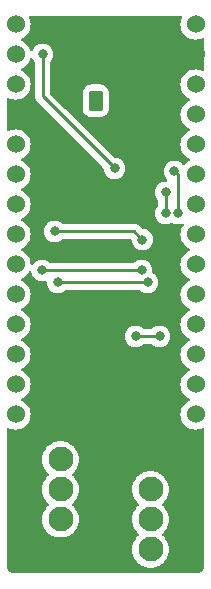
<source format=gbl>
G04 %TF.GenerationSoftware,KiCad,Pcbnew,(6.0.7)@% jlc*
G04 %TF.CreationDate,2022-08-02T21:03:16-07:00@% jlc*
G04 %TF.ProjectId,Bike Flamingo for Itsy Bitsy 5V 16MHz_ USB Power Rev 1,42696b65-2046-46c6-916d-696e676f2066,rev?@% jlc*
G04 %TF.SameCoordinates,Original@% jlc*
G04 %TF.FileFunction,Copper,L2,Bot@% jlc*
G04 %TF.FilePolarity,Positive@% jlc*
%FSLAX46Y46*%
G04 Gerber Fmt 4.6, Leading zero omitted, Abs format (unit mm)*
G04 Created by KiCad (PCBNEW (6.0.7)) date 2022-08-02 21:03:16*
%MOMM*%
%LPD*%
G01*
G04 APERTURE LIST*
G04 Aperture macros list*
%AMRoundRect*
0 Rectangle with rounded corners*
0 $1 Rounding radius*
0 $2 $3 $4 $5 $6 $7 $8 $9 X,Y pos of 4 corners*
0 Add a 4 corners polygon primitive as box body*
4,1,4,$2,$3,$4,$5,$6,$7,$8,$9,$2,$3,0*
0 Add four circle primitives for the rounded corners*
1,1,$1+$1,$2,$3*
1,1,$1+$1,$4,$5*
1,1,$1+$1,$6,$7*
1,1,$1+$1,$8,$9*
0 Add four rect primitives between the rounded corners*
20,1,$1+$1,$2,$3,$4,$5,0*
20,1,$1+$1,$4,$5,$6,$7,0*
20,1,$1+$1,$6,$7,$8,$9,0*
20,1,$1+$1,$8,$9,$2,$3,0*%
G04 Aperture macros list end*
G04 %TA.AperFunction,ComponentPad@% jlc*
%ADD10C,1.524000*%
G04 %TD@% jlc*
G04 %TA.AperFunction,ComponentPad@% jlc*
%ADD11R,2.100000X2.100000*%
G04 %TD@% jlc*
G04 %TA.AperFunction,ComponentPad@% jlc*
%ADD12C,2.100000*%
G04 %TD@% jlc*
G04 %TA.AperFunction,ComponentPad@% jlc*
%ADD13RoundRect,0.250000X-0.350000X-0.625000X0.350000X-0.625000X0.350000X0.625000X-0.350000X0.625000X0*%
G04 %TD@% jlc*
G04 %TA.AperFunction,ComponentPad@% jlc*
%ADD14O,1.200000X1.750000*%
G04 %TD@% jlc*
G04 %TA.AperFunction,ViaPad@% jlc*
%ADD15C,0.800000*%
G04 %TD@% jlc*
G04 %TA.AperFunction,Conductor@% jlc*
%ADD16C,0.250000*%
G04 %TD@% jlc*
G04 APERTURE END LIST*
D10*
G04 %TO.P,U1,33,VBAT@% jlc*
G04 %TO.N,Net-(J1-Pad1)@% jlc*
X133350000Y-85090000D03*
G04 %TO.P,U1,32,GND@% jlc*
G04 %TO.N,GND@% jlc*
X133350000Y-87630000D03*
G04 %TO.P,U1,31,USB@% jlc*
G04 %TO.N,VBUS@% jlc*
X133350000Y-90170000D03*
G04 %TO.P,U1,30,D13@% jlc*
G04 %TO.N,unconnected-(U1-Pad30)@% jlc*
X133350000Y-92710000D03*
G04 %TO.P,U1,29,D12@% jlc*
G04 %TO.N,unconnected-(U1-Pad29)@% jlc*
X133350000Y-95250000D03*
G04 %TO.P,U1,28,D11@% jlc*
G04 %TO.N,/BUTT_C@% jlc*
X133350000Y-97790000D03*
G04 %TO.P,U1,27,D10@% jlc*
G04 %TO.N,/BUTT_B@% jlc*
X133350000Y-100330000D03*
G04 %TO.P,U1,26,D9@% jlc*
G04 %TO.N,/BUTT_A@% jlc*
X133350000Y-102870000D03*
G04 %TO.P,U1,25,D7@% jlc*
G04 %TO.N,unconnected-(U1-Pad25)@% jlc*
X133350000Y-105410000D03*
G04 %TO.P,U1,24,D5@% jlc*
G04 %TO.N,unconnected-(U1-Pad24)@% jlc*
X133350000Y-107950000D03*
G04 %TO.P,U1,23,3-SCL@% jlc*
G04 %TO.N,/SCL@% jlc*
X133350000Y-110490000D03*
G04 %TO.P,U1,22,2-SDA@% jlc*
G04 %TO.N,/SDA@% jlc*
X133350000Y-113030000D03*
G04 %TO.P,U1,21,D1@% jlc*
G04 %TO.N,unconnected-(U1-Pad21)@% jlc*
X133350000Y-115570000D03*
G04 %TO.P,U1,20,D0@% jlc*
G04 %TO.N,unconnected-(U1-Pad20)@% jlc*
X133350000Y-118110000D03*
G04 %TO.P,U1,14,3V@% jlc*
G04 %TO.N,unconnected-(U1-Pad14)@% jlc*
X118110000Y-118110000D03*
G04 %TO.P,U1,13,MISO@% jlc*
G04 %TO.N,unconnected-(U1-Pad13)@% jlc*
X118110000Y-115570000D03*
G04 %TO.P,U1,12,MOSI@% jlc*
G04 %TO.N,unconnected-(U1-Pad12)@% jlc*
X118110000Y-113030000D03*
G04 %TO.P,U1,11,SCK@% jlc*
G04 %TO.N,unconnected-(U1-Pad11)@% jlc*
X118110000Y-110490000D03*
G04 %TO.P,U1,10,A5@% jlc*
G04 %TO.N,unconnected-(U1-Pad10)@% jlc*
X118110000Y-107950000D03*
G04 %TO.P,U1,9,A4@% jlc*
G04 %TO.N,unconnected-(U1-Pad9)@% jlc*
X118110000Y-105410000D03*
G04 %TO.P,U1,8,A3@% jlc*
G04 %TO.N,unconnected-(U1-Pad8)@% jlc*
X118110000Y-102870000D03*
G04 %TO.P,U1,7,A2@% jlc*
G04 %TO.N,unconnected-(U1-Pad7)@% jlc*
X118110000Y-100330000D03*
G04 %TO.P,U1,6,A1@% jlc*
G04 %TO.N,unconnected-(U1-Pad6)@% jlc*
X118110000Y-97790000D03*
G04 %TO.P,U1,5,A0@% jlc*
G04 %TO.N,unconnected-(U1-Pad5)@% jlc*
X118110000Y-95250000D03*
G04 %TO.P,U1,4,GND@% jlc*
G04 %TO.N,GND@% jlc*
X118110000Y-92710000D03*
G04 %TO.P,U1,3,ARF@% jlc*
G04 %TO.N,unconnected-(U1-Pad3)@% jlc*
X118110000Y-90170000D03*
G04 %TO.P,U1,2,5V@% jlc*
G04 %TO.N,+5V@% jlc*
X118110000Y-87630000D03*
G04 %TO.P,U1,1,RST@% jlc*
G04 %TO.N,unconnected-(U1-Pad1)@% jlc*
X118110000Y-85090000D03*
G04 %TD@% jlc*
D11*
G04 %TO.P,J3,1,Pin_1@% jlc*
G04 %TO.N,GND@% jlc*
X129540000Y-121915000D03*
D12*
G04 %TO.P,J3,2,Pin_2@% jlc*
G04 %TO.N,/SCL@% jlc*
X129540000Y-124455000D03*
G04 %TO.P,J3,3,Pin_3@% jlc*
G04 %TO.N,/SDA@% jlc*
X129540000Y-126995000D03*
G04 %TO.P,J3,4,Pin_4@% jlc*
G04 %TO.N,VBUS@% jlc*
X129540000Y-129535000D03*
G04 %TD@% jlc*
D11*
G04 %TO.P,J2,1,Pin_1@% jlc*
G04 %TO.N,GND@% jlc*
X121920000Y-129540000D03*
D12*
G04 %TO.P,J2,2,Pin_2@% jlc*
G04 %TO.N,/BUTT_A@% jlc*
X121920000Y-127000000D03*
G04 %TO.P,J2,3,Pin_3@% jlc*
G04 %TO.N,/BUTT_B@% jlc*
X121920000Y-124460000D03*
G04 %TO.P,J2,4,Pin_4@% jlc*
G04 %TO.N,/BUTT_C@% jlc*
X121920000Y-121920000D03*
G04 %TD@% jlc*
D13*
G04 %TO.P,J1,1,Pin_1@% jlc*
G04 %TO.N,Net-(J1-Pad1)@% jlc*
X124906000Y-91546000D03*
D14*
G04 %TO.P,J1,2,Pin_2@% jlc*
G04 %TO.N,GND@% jlc*
X126906000Y-91546000D03*
G04 %TD@% jlc*
D15*
G04 %TO.N,/BUTT_A@% jlc*
X131567701Y-97531701D03*
X131826000Y-101092000D03*
X129286000Y-106934000D03*
X121666000Y-106934000D03*
G04 %TO.N,GND@% jlc*
X122936000Y-110998000D03*
G04 %TO.N,+5V@% jlc*
X120396000Y-87630000D03*
X126492000Y-97282000D03*
G04 %TO.N,/BUTT_B@% jlc*
X121412000Y-102616000D03*
X128854538Y-103298111D03*
G04 %TO.N,/BUTT_C@% jlc*
X120358500Y-105918000D03*
X128778000Y-105918000D03*
X130810000Y-99314000D03*
X130810000Y-101092000D03*
G04 %TO.N,/SCL@% jlc*
X128270000Y-111506000D03*
X130302000Y-111506000D03*
G04 %TD@% jlc*
D16*
G04 %TO.N,/BUTT_C@% jlc*
X128778000Y-105918000D02*
X120358500Y-105918000D01*
G04 %TO.N,/BUTT_A@% jlc*
X129286000Y-106934000D02*
X121666000Y-106934000D01*
G04 %TO.N,/BUTT_B@% jlc*
X128172427Y-102616000D02*
X121412000Y-102616000D01*
X128854538Y-103298111D02*
X128172427Y-102616000D01*
G04 %TO.N,/BUTT_A@% jlc*
X131826000Y-97790000D02*
X131567701Y-97531701D01*
X131826000Y-101092000D02*
X131826000Y-97790000D01*
G04 %TO.N,/BUTT_C@% jlc*
X130810000Y-99314000D02*
X130810000Y-101092000D01*
G04 %TO.N,+5V@% jlc*
X126492000Y-97282000D02*
X120396000Y-91186000D01*
X120396000Y-91186000D02*
X120396000Y-87630000D01*
G04 %TO.N,/SCL@% jlc*
X130302000Y-111506000D02*
X128270000Y-111506000D01*
G04 %TD@% jlc*
G04 %TA.AperFunction,Conductor@% jlc*
G04 %TO.N,GND@% jlc*
G36*
X132173592Y-84348502D02*
G01*
X132220085Y-84402158D01*
X132230189Y-84472432D01*
X132219666Y-84507750D01*
X132151560Y-84653804D01*
X132094022Y-84868537D01*
X132074647Y-85090000D01*
X132094022Y-85311463D01*
X132151560Y-85526196D01*
X132153882Y-85531177D01*
X132153883Y-85531178D01*
X132243186Y-85722689D01*
X132243189Y-85722694D01*
X132245512Y-85727676D01*
X132373023Y-85909781D01*
X132530219Y-86066977D01*
X132534727Y-86070134D01*
X132534730Y-86070136D01*
X132588500Y-86107786D01*
X132712323Y-86194488D01*
X132717305Y-86196811D01*
X132717310Y-86196814D01*
X132908822Y-86286117D01*
X132913804Y-86288440D01*
X132919112Y-86289862D01*
X132919114Y-86289863D01*
X132984949Y-86307503D01*
X133128537Y-86345978D01*
X133350000Y-86365353D01*
X133571463Y-86345978D01*
X133715051Y-86307503D01*
X133780886Y-86289863D01*
X133780888Y-86289862D01*
X133786196Y-86288440D01*
X133932250Y-86220334D01*
X134002442Y-86209673D01*
X134067254Y-86238653D01*
X134106111Y-86298073D01*
X134111500Y-86334529D01*
X134111500Y-88925471D01*
X134091498Y-88993592D01*
X134037842Y-89040085D01*
X133967568Y-89050189D01*
X133932250Y-89039666D01*
X133791178Y-88973883D01*
X133791177Y-88973882D01*
X133786196Y-88971560D01*
X133780888Y-88970138D01*
X133780886Y-88970137D01*
X133715051Y-88952497D01*
X133571463Y-88914022D01*
X133350000Y-88894647D01*
X133128537Y-88914022D01*
X132984949Y-88952497D01*
X132919114Y-88970137D01*
X132919112Y-88970138D01*
X132913804Y-88971560D01*
X132908823Y-88973882D01*
X132908822Y-88973883D01*
X132717311Y-89063186D01*
X132717306Y-89063189D01*
X132712324Y-89065512D01*
X132707817Y-89068668D01*
X132707815Y-89068669D01*
X132534730Y-89189864D01*
X132534727Y-89189866D01*
X132530219Y-89193023D01*
X132373023Y-89350219D01*
X132245512Y-89532324D01*
X132243189Y-89537306D01*
X132243186Y-89537311D01*
X132153883Y-89728822D01*
X132151560Y-89733804D01*
X132094022Y-89948537D01*
X132074647Y-90170000D01*
X132094022Y-90391463D01*
X132151560Y-90606196D01*
X132153882Y-90611177D01*
X132153883Y-90611178D01*
X132243186Y-90802689D01*
X132243189Y-90802694D01*
X132245512Y-90807676D01*
X132248668Y-90812183D01*
X132248669Y-90812185D01*
X132291859Y-90873866D01*
X132373023Y-90989781D01*
X132530219Y-91146977D01*
X132534727Y-91150134D01*
X132534730Y-91150136D01*
X132588500Y-91187786D01*
X132712323Y-91274488D01*
X132717305Y-91276811D01*
X132717310Y-91276814D01*
X132822373Y-91325805D01*
X132875658Y-91372722D01*
X132895119Y-91440999D01*
X132874577Y-91508959D01*
X132822373Y-91554195D01*
X132717311Y-91603186D01*
X132717306Y-91603189D01*
X132712324Y-91605512D01*
X132707817Y-91608668D01*
X132707815Y-91608669D01*
X132534730Y-91729864D01*
X132534727Y-91729866D01*
X132530219Y-91733023D01*
X132373023Y-91890219D01*
X132245512Y-92072324D01*
X132243189Y-92077306D01*
X132243186Y-92077311D01*
X132175996Y-92221400D01*
X132151560Y-92273804D01*
X132094022Y-92488537D01*
X132074647Y-92710000D01*
X132094022Y-92931463D01*
X132151560Y-93146196D01*
X132153882Y-93151177D01*
X132153883Y-93151178D01*
X132243186Y-93342689D01*
X132243189Y-93342694D01*
X132245512Y-93347676D01*
X132373023Y-93529781D01*
X132530219Y-93686977D01*
X132534727Y-93690134D01*
X132534730Y-93690136D01*
X132588500Y-93727786D01*
X132712323Y-93814488D01*
X132717305Y-93816811D01*
X132717310Y-93816814D01*
X132822373Y-93865805D01*
X132875658Y-93912722D01*
X132895119Y-93980999D01*
X132874577Y-94048959D01*
X132822373Y-94094195D01*
X132717311Y-94143186D01*
X132717306Y-94143189D01*
X132712324Y-94145512D01*
X132707817Y-94148668D01*
X132707815Y-94148669D01*
X132534730Y-94269864D01*
X132534727Y-94269866D01*
X132530219Y-94273023D01*
X132373023Y-94430219D01*
X132245512Y-94612324D01*
X132243189Y-94617306D01*
X132243186Y-94617311D01*
X132153883Y-94808822D01*
X132151560Y-94813804D01*
X132094022Y-95028537D01*
X132074647Y-95250000D01*
X132094022Y-95471463D01*
X132151560Y-95686196D01*
X132153882Y-95691177D01*
X132153883Y-95691178D01*
X132243186Y-95882689D01*
X132243189Y-95882694D01*
X132245512Y-95887676D01*
X132373023Y-96069781D01*
X132530219Y-96226977D01*
X132534727Y-96230134D01*
X132534730Y-96230136D01*
X132588500Y-96267786D01*
X132712323Y-96354488D01*
X132717305Y-96356811D01*
X132717310Y-96356814D01*
X132822373Y-96405805D01*
X132875658Y-96452722D01*
X132895119Y-96520999D01*
X132874577Y-96588959D01*
X132822373Y-96634195D01*
X132717311Y-96683186D01*
X132717306Y-96683189D01*
X132712324Y-96685512D01*
X132707817Y-96688668D01*
X132707815Y-96688669D01*
X132534730Y-96809864D01*
X132534727Y-96809866D01*
X132530219Y-96813023D01*
X132420406Y-96922836D01*
X132358094Y-96956862D01*
X132287279Y-96951797D01*
X132237677Y-96918053D01*
X132178954Y-96852835D01*
X132024453Y-96740583D01*
X132018425Y-96737899D01*
X132018423Y-96737898D01*
X131856020Y-96665592D01*
X131856019Y-96665592D01*
X131849989Y-96662907D01*
X131756588Y-96643054D01*
X131669645Y-96624573D01*
X131669640Y-96624573D01*
X131663188Y-96623201D01*
X131472214Y-96623201D01*
X131465762Y-96624573D01*
X131465757Y-96624573D01*
X131378813Y-96643054D01*
X131285413Y-96662907D01*
X131279383Y-96665592D01*
X131279382Y-96665592D01*
X131116979Y-96737898D01*
X131116977Y-96737899D01*
X131110949Y-96740583D01*
X130956448Y-96852835D01*
X130828661Y-96994757D01*
X130733174Y-97160145D01*
X130674159Y-97341773D01*
X130673469Y-97348334D01*
X130673469Y-97348336D01*
X130672336Y-97359114D01*
X130654197Y-97531701D01*
X130674159Y-97721629D01*
X130733174Y-97903257D01*
X130828661Y-98068645D01*
X130942605Y-98195192D01*
X130973320Y-98259197D01*
X130964556Y-98329651D01*
X130919094Y-98384182D01*
X130848967Y-98405500D01*
X130714513Y-98405500D01*
X130708061Y-98406872D01*
X130708056Y-98406872D01*
X130621113Y-98425353D01*
X130527712Y-98445206D01*
X130521682Y-98447891D01*
X130521681Y-98447891D01*
X130359278Y-98520197D01*
X130359276Y-98520198D01*
X130353248Y-98522882D01*
X130198747Y-98635134D01*
X130070960Y-98777056D01*
X130067659Y-98782774D01*
X130001818Y-98896814D01*
X129975473Y-98942444D01*
X129916458Y-99124072D01*
X129915768Y-99130633D01*
X129915768Y-99130635D01*
X129901214Y-99269113D01*
X129896496Y-99314000D01*
X129916458Y-99503928D01*
X129975473Y-99685556D01*
X129978776Y-99691278D01*
X129978777Y-99691279D01*
X129982260Y-99697311D01*
X130070960Y-99850944D01*
X130144137Y-99932215D01*
X130174853Y-99996221D01*
X130176500Y-100016524D01*
X130176500Y-100389476D01*
X130156498Y-100457597D01*
X130144142Y-100473779D01*
X130070960Y-100555056D01*
X129975473Y-100720444D01*
X129916458Y-100902072D01*
X129896496Y-101092000D01*
X129897186Y-101098565D01*
X129902979Y-101153678D01*
X129916458Y-101281928D01*
X129975473Y-101463556D01*
X130070960Y-101628944D01*
X130075378Y-101633851D01*
X130075379Y-101633852D01*
X130141692Y-101707500D01*
X130198747Y-101770866D01*
X130353248Y-101883118D01*
X130359276Y-101885802D01*
X130359278Y-101885803D01*
X130521679Y-101958108D01*
X130527712Y-101960794D01*
X130611134Y-101978526D01*
X130708056Y-101999128D01*
X130708061Y-101999128D01*
X130714513Y-102000500D01*
X130905487Y-102000500D01*
X130911939Y-101999128D01*
X130911944Y-101999128D01*
X131008866Y-101978526D01*
X131092288Y-101960794D01*
X131106423Y-101954501D01*
X131174044Y-101924394D01*
X131266752Y-101883118D01*
X131337118Y-101873684D01*
X131369247Y-101883118D01*
X131369248Y-101883118D01*
X131461956Y-101924394D01*
X131529578Y-101954501D01*
X131543712Y-101960794D01*
X131627134Y-101978526D01*
X131724056Y-101999128D01*
X131724061Y-101999128D01*
X131730513Y-102000500D01*
X131921487Y-102000500D01*
X131927939Y-101999128D01*
X131927944Y-101999128D01*
X132024866Y-101978526D01*
X132108288Y-101960794D01*
X132114315Y-101958111D01*
X132114323Y-101958108D01*
X132168857Y-101933828D01*
X132239224Y-101924394D01*
X132303521Y-101954501D01*
X132341334Y-102014590D01*
X132340657Y-102085584D01*
X132323319Y-102121204D01*
X132245512Y-102232324D01*
X132243189Y-102237306D01*
X132243186Y-102237311D01*
X132154292Y-102427945D01*
X132151560Y-102433804D01*
X132094022Y-102648537D01*
X132074647Y-102870000D01*
X132094022Y-103091463D01*
X132095446Y-103096776D01*
X132149565Y-103298749D01*
X132151560Y-103306196D01*
X132153882Y-103311177D01*
X132153883Y-103311178D01*
X132243186Y-103502689D01*
X132243189Y-103502694D01*
X132245512Y-103507676D01*
X132248668Y-103512183D01*
X132248669Y-103512185D01*
X132256332Y-103523128D01*
X132373023Y-103689781D01*
X132530219Y-103846977D01*
X132534727Y-103850134D01*
X132534730Y-103850136D01*
X132588500Y-103887786D01*
X132712323Y-103974488D01*
X132717305Y-103976811D01*
X132717310Y-103976814D01*
X132822373Y-104025805D01*
X132875658Y-104072722D01*
X132895119Y-104140999D01*
X132874577Y-104208959D01*
X132822373Y-104254195D01*
X132717311Y-104303186D01*
X132717306Y-104303189D01*
X132712324Y-104305512D01*
X132707817Y-104308668D01*
X132707815Y-104308669D01*
X132534730Y-104429864D01*
X132534727Y-104429866D01*
X132530219Y-104433023D01*
X132373023Y-104590219D01*
X132245512Y-104772324D01*
X132243189Y-104777306D01*
X132243186Y-104777311D01*
X132153883Y-104968822D01*
X132151560Y-104973804D01*
X132150138Y-104979112D01*
X132150137Y-104979114D01*
X132132497Y-105044949D01*
X132094022Y-105188537D01*
X132074647Y-105410000D01*
X132094022Y-105631463D01*
X132151560Y-105846196D01*
X132153882Y-105851177D01*
X132153883Y-105851178D01*
X132243186Y-106042689D01*
X132243189Y-106042694D01*
X132245512Y-106047676D01*
X132248668Y-106052183D01*
X132248669Y-106052185D01*
X132314895Y-106146765D01*
X132373023Y-106229781D01*
X132530219Y-106386977D01*
X132534727Y-106390134D01*
X132534730Y-106390136D01*
X132544613Y-106397056D01*
X132712323Y-106514488D01*
X132717305Y-106516811D01*
X132717310Y-106516814D01*
X132822373Y-106565805D01*
X132875658Y-106612722D01*
X132895119Y-106680999D01*
X132874577Y-106748959D01*
X132822373Y-106794195D01*
X132717311Y-106843186D01*
X132717306Y-106843189D01*
X132712324Y-106845512D01*
X132707817Y-106848668D01*
X132707815Y-106848669D01*
X132534730Y-106969864D01*
X132534727Y-106969866D01*
X132530219Y-106973023D01*
X132373023Y-107130219D01*
X132245512Y-107312324D01*
X132243189Y-107317306D01*
X132243186Y-107317311D01*
X132174212Y-107465226D01*
X132151560Y-107513804D01*
X132094022Y-107728537D01*
X132074647Y-107950000D01*
X132094022Y-108171463D01*
X132151560Y-108386196D01*
X132153882Y-108391177D01*
X132153883Y-108391178D01*
X132243186Y-108582689D01*
X132243189Y-108582694D01*
X132245512Y-108587676D01*
X132373023Y-108769781D01*
X132530219Y-108926977D01*
X132534727Y-108930134D01*
X132534730Y-108930136D01*
X132588500Y-108967786D01*
X132712323Y-109054488D01*
X132717305Y-109056811D01*
X132717310Y-109056814D01*
X132822373Y-109105805D01*
X132875658Y-109152722D01*
X132895119Y-109220999D01*
X132874577Y-109288959D01*
X132822373Y-109334195D01*
X132717311Y-109383186D01*
X132717306Y-109383189D01*
X132712324Y-109385512D01*
X132707817Y-109388668D01*
X132707815Y-109388669D01*
X132534730Y-109509864D01*
X132534727Y-109509866D01*
X132530219Y-109513023D01*
X132373023Y-109670219D01*
X132245512Y-109852324D01*
X132243189Y-109857306D01*
X132243186Y-109857311D01*
X132153883Y-110048822D01*
X132151560Y-110053804D01*
X132094022Y-110268537D01*
X132074647Y-110490000D01*
X132094022Y-110711463D01*
X132151560Y-110926196D01*
X132153882Y-110931177D01*
X132153883Y-110931178D01*
X132243186Y-111122689D01*
X132243189Y-111122694D01*
X132245512Y-111127676D01*
X132373023Y-111309781D01*
X132530219Y-111466977D01*
X132534727Y-111470134D01*
X132534730Y-111470136D01*
X132585949Y-111506000D01*
X132712323Y-111594488D01*
X132717305Y-111596811D01*
X132717310Y-111596814D01*
X132822373Y-111645805D01*
X132875658Y-111692722D01*
X132895119Y-111760999D01*
X132874577Y-111828959D01*
X132822373Y-111874195D01*
X132717311Y-111923186D01*
X132717306Y-111923189D01*
X132712324Y-111925512D01*
X132707817Y-111928668D01*
X132707815Y-111928669D01*
X132534730Y-112049864D01*
X132534727Y-112049866D01*
X132530219Y-112053023D01*
X132373023Y-112210219D01*
X132369866Y-112214727D01*
X132369864Y-112214730D01*
X132256826Y-112376166D01*
X132245512Y-112392324D01*
X132243189Y-112397306D01*
X132243186Y-112397311D01*
X132235171Y-112414500D01*
X132151560Y-112593804D01*
X132094022Y-112808537D01*
X132074647Y-113030000D01*
X132094022Y-113251463D01*
X132151560Y-113466196D01*
X132153882Y-113471177D01*
X132153883Y-113471178D01*
X132243186Y-113662689D01*
X132243189Y-113662694D01*
X132245512Y-113667676D01*
X132373023Y-113849781D01*
X132530219Y-114006977D01*
X132534727Y-114010134D01*
X132534730Y-114010136D01*
X132588500Y-114047786D01*
X132712323Y-114134488D01*
X132717305Y-114136811D01*
X132717310Y-114136814D01*
X132822373Y-114185805D01*
X132875658Y-114232722D01*
X132895119Y-114300999D01*
X132874577Y-114368959D01*
X132822373Y-114414195D01*
X132717311Y-114463186D01*
X132717306Y-114463189D01*
X132712324Y-114465512D01*
X132707817Y-114468668D01*
X132707815Y-114468669D01*
X132534730Y-114589864D01*
X132534727Y-114589866D01*
X132530219Y-114593023D01*
X132373023Y-114750219D01*
X132245512Y-114932324D01*
X132243189Y-114937306D01*
X132243186Y-114937311D01*
X132153883Y-115128822D01*
X132151560Y-115133804D01*
X132094022Y-115348537D01*
X132074647Y-115570000D01*
X132094022Y-115791463D01*
X132151560Y-116006196D01*
X132153882Y-116011177D01*
X132153883Y-116011178D01*
X132243186Y-116202689D01*
X132243189Y-116202694D01*
X132245512Y-116207676D01*
X132373023Y-116389781D01*
X132530219Y-116546977D01*
X132534727Y-116550134D01*
X132534730Y-116550136D01*
X132588500Y-116587786D01*
X132712323Y-116674488D01*
X132717305Y-116676811D01*
X132717310Y-116676814D01*
X132822373Y-116725805D01*
X132875658Y-116772722D01*
X132895119Y-116840999D01*
X132874577Y-116908959D01*
X132822373Y-116954195D01*
X132717311Y-117003186D01*
X132717306Y-117003189D01*
X132712324Y-117005512D01*
X132707817Y-117008668D01*
X132707815Y-117008669D01*
X132534730Y-117129864D01*
X132534727Y-117129866D01*
X132530219Y-117133023D01*
X132373023Y-117290219D01*
X132245512Y-117472324D01*
X132243189Y-117477306D01*
X132243186Y-117477311D01*
X132153883Y-117668822D01*
X132151560Y-117673804D01*
X132094022Y-117888537D01*
X132074647Y-118110000D01*
X132094022Y-118331463D01*
X132151560Y-118546196D01*
X132153882Y-118551177D01*
X132153883Y-118551178D01*
X132243186Y-118742689D01*
X132243189Y-118742694D01*
X132245512Y-118747676D01*
X132373023Y-118929781D01*
X132530219Y-119086977D01*
X132534727Y-119090134D01*
X132534730Y-119090136D01*
X132588500Y-119127786D01*
X132712323Y-119214488D01*
X132717305Y-119216811D01*
X132717310Y-119216814D01*
X132807035Y-119258653D01*
X132913804Y-119308440D01*
X132919112Y-119309862D01*
X132919114Y-119309863D01*
X132984949Y-119327503D01*
X133128537Y-119365978D01*
X133350000Y-119385353D01*
X133571463Y-119365978D01*
X133715051Y-119327503D01*
X133780886Y-119309863D01*
X133780888Y-119309862D01*
X133786196Y-119308440D01*
X133932250Y-119240334D01*
X134002442Y-119229673D01*
X134067254Y-119258653D01*
X134106111Y-119318073D01*
X134111500Y-119354529D01*
X134111500Y-130760633D01*
X134110000Y-130780018D01*
X134106309Y-130803724D01*
X134107473Y-130812626D01*
X134107750Y-130814746D01*
X134108207Y-130843431D01*
X134107289Y-130852755D01*
X134098084Y-130946212D01*
X134093267Y-130970432D01*
X134057134Y-131089546D01*
X134047685Y-131112355D01*
X133989013Y-131222124D01*
X133975295Y-131242655D01*
X133896329Y-131338876D01*
X133878876Y-131356329D01*
X133782655Y-131435295D01*
X133762124Y-131449013D01*
X133652355Y-131507685D01*
X133629546Y-131517134D01*
X133510432Y-131553267D01*
X133486211Y-131558084D01*
X133390191Y-131567541D01*
X133374132Y-131567091D01*
X133374123Y-131567800D01*
X133365147Y-131567690D01*
X133356276Y-131566309D01*
X133347374Y-131567473D01*
X133347372Y-131567473D01*
X133334856Y-131569110D01*
X133324714Y-131570436D01*
X133308379Y-131571500D01*
X118159367Y-131571500D01*
X118139982Y-131570000D01*
X118125148Y-131567690D01*
X118125145Y-131567690D01*
X118116276Y-131566309D01*
X118106341Y-131567608D01*
X118105254Y-131567750D01*
X118076569Y-131568207D01*
X118003259Y-131560987D01*
X117973788Y-131558084D01*
X117949568Y-131553267D01*
X117830454Y-131517134D01*
X117807645Y-131507685D01*
X117697876Y-131449013D01*
X117677345Y-131435295D01*
X117581124Y-131356329D01*
X117563671Y-131338876D01*
X117484705Y-131242655D01*
X117470987Y-131222124D01*
X117412315Y-131112355D01*
X117402866Y-131089546D01*
X117366733Y-130970432D01*
X117361916Y-130946212D01*
X117352711Y-130852755D01*
X117352607Y-130829151D01*
X117352768Y-130827354D01*
X117353576Y-130822552D01*
X117353729Y-130810000D01*
X117349773Y-130782376D01*
X117348500Y-130764514D01*
X117348500Y-129535000D01*
X127976681Y-129535000D01*
X127995928Y-129779557D01*
X128053195Y-130018092D01*
X128147073Y-130244732D01*
X128275248Y-130453896D01*
X128434567Y-130640433D01*
X128438323Y-130643641D01*
X128615367Y-130794852D01*
X128621104Y-130799752D01*
X128625327Y-130802340D01*
X128625330Y-130802342D01*
X128669079Y-130829151D01*
X128830268Y-130927927D01*
X128874412Y-130946212D01*
X129052335Y-131019911D01*
X129052337Y-131019912D01*
X129056908Y-131021805D01*
X129139563Y-131041649D01*
X129290630Y-131077917D01*
X129290636Y-131077918D01*
X129295443Y-131079072D01*
X129540000Y-131098319D01*
X129784557Y-131079072D01*
X129789364Y-131077918D01*
X129789370Y-131077917D01*
X129940437Y-131041649D01*
X130023092Y-131021805D01*
X130027663Y-131019912D01*
X130027665Y-131019911D01*
X130205588Y-130946212D01*
X130249732Y-130927927D01*
X130410921Y-130829151D01*
X130454670Y-130802342D01*
X130454673Y-130802340D01*
X130458896Y-130799752D01*
X130464634Y-130794852D01*
X130641677Y-130643641D01*
X130645433Y-130640433D01*
X130804752Y-130453896D01*
X130932927Y-130244732D01*
X131026805Y-130018092D01*
X131084072Y-129779557D01*
X131103319Y-129535000D01*
X131084072Y-129290443D01*
X131026805Y-129051908D01*
X130932927Y-128825268D01*
X130804752Y-128616104D01*
X130743231Y-128544072D01*
X130648641Y-128433323D01*
X130645433Y-128429567D01*
X130604750Y-128394820D01*
X130564931Y-128360811D01*
X130526122Y-128301360D01*
X130525616Y-128230365D01*
X130564931Y-128169189D01*
X130641677Y-128103641D01*
X130645433Y-128100433D01*
X130648641Y-128096677D01*
X130801535Y-127917663D01*
X130801537Y-127917660D01*
X130804752Y-127913896D01*
X130932927Y-127704732D01*
X131026805Y-127478092D01*
X131046649Y-127395437D01*
X131082917Y-127244370D01*
X131082918Y-127244364D01*
X131084072Y-127239557D01*
X131103319Y-126995000D01*
X131084072Y-126750443D01*
X131026805Y-126511908D01*
X130932927Y-126285268D01*
X130804752Y-126076104D01*
X130645433Y-125889567D01*
X130564931Y-125820811D01*
X130526122Y-125761360D01*
X130525616Y-125690365D01*
X130564931Y-125629189D01*
X130641677Y-125563641D01*
X130645433Y-125560433D01*
X130648641Y-125556677D01*
X130801535Y-125377663D01*
X130801537Y-125377660D01*
X130804752Y-125373896D01*
X130932927Y-125164732D01*
X131026805Y-124938092D01*
X131046649Y-124855437D01*
X131082917Y-124704370D01*
X131082918Y-124704364D01*
X131084072Y-124699557D01*
X131103319Y-124455000D01*
X131084072Y-124210443D01*
X131026805Y-123971908D01*
X130932927Y-123745268D01*
X130804752Y-123536104D01*
X130645433Y-123349567D01*
X130570785Y-123285811D01*
X130462663Y-123193465D01*
X130462660Y-123193463D01*
X130458896Y-123190248D01*
X130454673Y-123187660D01*
X130454670Y-123187658D01*
X130385485Y-123145262D01*
X130249732Y-123062073D01*
X130105033Y-123002136D01*
X130027665Y-122970089D01*
X130027663Y-122970088D01*
X130023092Y-122968195D01*
X129940437Y-122948351D01*
X129789370Y-122912083D01*
X129789364Y-122912082D01*
X129784557Y-122910928D01*
X129540000Y-122891681D01*
X129295443Y-122910928D01*
X129290636Y-122912082D01*
X129290630Y-122912083D01*
X129139563Y-122948351D01*
X129056908Y-122968195D01*
X129052337Y-122970088D01*
X129052335Y-122970089D01*
X128974967Y-123002136D01*
X128830268Y-123062073D01*
X128694515Y-123145262D01*
X128625330Y-123187658D01*
X128625327Y-123187660D01*
X128621104Y-123190248D01*
X128617340Y-123193463D01*
X128617337Y-123193465D01*
X128509215Y-123285811D01*
X128434567Y-123349567D01*
X128275248Y-123536104D01*
X128147073Y-123745268D01*
X128053195Y-123971908D01*
X127995928Y-124210443D01*
X127976681Y-124455000D01*
X127995928Y-124699557D01*
X127997082Y-124704364D01*
X127997083Y-124704370D01*
X128033351Y-124855437D01*
X128053195Y-124938092D01*
X128147073Y-125164732D01*
X128275248Y-125373896D01*
X128278463Y-125377660D01*
X128278465Y-125377663D01*
X128431359Y-125556677D01*
X128434567Y-125560433D01*
X128438323Y-125563641D01*
X128515069Y-125629189D01*
X128553878Y-125688640D01*
X128554384Y-125759635D01*
X128515069Y-125820811D01*
X128434567Y-125889567D01*
X128275248Y-126076104D01*
X128147073Y-126285268D01*
X128053195Y-126511908D01*
X127995928Y-126750443D01*
X127976681Y-126995000D01*
X127995928Y-127239557D01*
X127997082Y-127244364D01*
X127997083Y-127244370D01*
X128033351Y-127395437D01*
X128053195Y-127478092D01*
X128147073Y-127704732D01*
X128275248Y-127913896D01*
X128278463Y-127917660D01*
X128278465Y-127917663D01*
X128431359Y-128096677D01*
X128434567Y-128100433D01*
X128438323Y-128103641D01*
X128515069Y-128169189D01*
X128553878Y-128228640D01*
X128554384Y-128299635D01*
X128515069Y-128360811D01*
X128475250Y-128394820D01*
X128434567Y-128429567D01*
X128431359Y-128433323D01*
X128336770Y-128544072D01*
X128275248Y-128616104D01*
X128147073Y-128825268D01*
X128053195Y-129051908D01*
X127995928Y-129290443D01*
X127976681Y-129535000D01*
X117348500Y-129535000D01*
X117348500Y-127000000D01*
X120356681Y-127000000D01*
X120375928Y-127244557D01*
X120433195Y-127483092D01*
X120527073Y-127709732D01*
X120655248Y-127918896D01*
X120814567Y-128105433D01*
X120818323Y-128108641D01*
X120995250Y-128259752D01*
X121001104Y-128264752D01*
X121005327Y-128267340D01*
X121005330Y-128267342D01*
X121058028Y-128299635D01*
X121210268Y-128392927D01*
X121307792Y-128433323D01*
X121432335Y-128484911D01*
X121432337Y-128484912D01*
X121436908Y-128486805D01*
X121519563Y-128506649D01*
X121670630Y-128542917D01*
X121670636Y-128542918D01*
X121675443Y-128544072D01*
X121920000Y-128563319D01*
X122164557Y-128544072D01*
X122169364Y-128542918D01*
X122169370Y-128542917D01*
X122320437Y-128506649D01*
X122403092Y-128486805D01*
X122407663Y-128484912D01*
X122407665Y-128484911D01*
X122532208Y-128433323D01*
X122629732Y-128392927D01*
X122781972Y-128299635D01*
X122834670Y-128267342D01*
X122834673Y-128267340D01*
X122838896Y-128264752D01*
X122844751Y-128259752D01*
X123021677Y-128108641D01*
X123025433Y-128105433D01*
X123184752Y-127918896D01*
X123312927Y-127709732D01*
X123406805Y-127483092D01*
X123464072Y-127244557D01*
X123483319Y-127000000D01*
X123464072Y-126755443D01*
X123461717Y-126745630D01*
X123407960Y-126521720D01*
X123406805Y-126516908D01*
X123312927Y-126290268D01*
X123184752Y-126081104D01*
X123177265Y-126072337D01*
X123028641Y-125898323D01*
X123025433Y-125894567D01*
X122944931Y-125825811D01*
X122906122Y-125766360D01*
X122905616Y-125695365D01*
X122944931Y-125634189D01*
X123021677Y-125568641D01*
X123025433Y-125565433D01*
X123184752Y-125378896D01*
X123312927Y-125169732D01*
X123406805Y-124943092D01*
X123464072Y-124704557D01*
X123483319Y-124460000D01*
X123464072Y-124215443D01*
X123461717Y-124205630D01*
X123407960Y-123981720D01*
X123406805Y-123976908D01*
X123312927Y-123750268D01*
X123184752Y-123541104D01*
X123177265Y-123532337D01*
X123028641Y-123358323D01*
X123025433Y-123354567D01*
X122944931Y-123285811D01*
X122906122Y-123226360D01*
X122905616Y-123155365D01*
X122944931Y-123094189D01*
X123021677Y-123028641D01*
X123025433Y-123025433D01*
X123122244Y-122912083D01*
X123181535Y-122842663D01*
X123181537Y-122842660D01*
X123184752Y-122838896D01*
X123312927Y-122629732D01*
X123406805Y-122403092D01*
X123464072Y-122164557D01*
X123483319Y-121920000D01*
X123464072Y-121675443D01*
X123406805Y-121436908D01*
X123312927Y-121210268D01*
X123184752Y-121001104D01*
X123025433Y-120814567D01*
X122838896Y-120655248D01*
X122834673Y-120652660D01*
X122834670Y-120652658D01*
X122765485Y-120610262D01*
X122629732Y-120527073D01*
X122485033Y-120467136D01*
X122407665Y-120435089D01*
X122407663Y-120435088D01*
X122403092Y-120433195D01*
X122320437Y-120413351D01*
X122169370Y-120377083D01*
X122169364Y-120377082D01*
X122164557Y-120375928D01*
X121920000Y-120356681D01*
X121675443Y-120375928D01*
X121670636Y-120377082D01*
X121670630Y-120377083D01*
X121519563Y-120413351D01*
X121436908Y-120433195D01*
X121432337Y-120435088D01*
X121432335Y-120435089D01*
X121354967Y-120467136D01*
X121210268Y-120527073D01*
X121074515Y-120610262D01*
X121005330Y-120652658D01*
X121005327Y-120652660D01*
X121001104Y-120655248D01*
X120814567Y-120814567D01*
X120655248Y-121001104D01*
X120527073Y-121210268D01*
X120433195Y-121436908D01*
X120375928Y-121675443D01*
X120356681Y-121920000D01*
X120375928Y-122164557D01*
X120433195Y-122403092D01*
X120527073Y-122629732D01*
X120655248Y-122838896D01*
X120658463Y-122842660D01*
X120658465Y-122842663D01*
X120717756Y-122912083D01*
X120814567Y-123025433D01*
X120818323Y-123028641D01*
X120895069Y-123094189D01*
X120933878Y-123153640D01*
X120934384Y-123224635D01*
X120895069Y-123285811D01*
X120814567Y-123354567D01*
X120811359Y-123358323D01*
X120662736Y-123532337D01*
X120655248Y-123541104D01*
X120527073Y-123750268D01*
X120433195Y-123976908D01*
X120432040Y-123981720D01*
X120378284Y-124205630D01*
X120375928Y-124215443D01*
X120356681Y-124460000D01*
X120375928Y-124704557D01*
X120433195Y-124943092D01*
X120527073Y-125169732D01*
X120655248Y-125378896D01*
X120814567Y-125565433D01*
X120818323Y-125568641D01*
X120895069Y-125634189D01*
X120933878Y-125693640D01*
X120934384Y-125764635D01*
X120895069Y-125825811D01*
X120814567Y-125894567D01*
X120811359Y-125898323D01*
X120662736Y-126072337D01*
X120655248Y-126081104D01*
X120527073Y-126290268D01*
X120433195Y-126516908D01*
X120432040Y-126521720D01*
X120378284Y-126745630D01*
X120375928Y-126755443D01*
X120356681Y-127000000D01*
X117348500Y-127000000D01*
X117348500Y-119354529D01*
X117368502Y-119286408D01*
X117422158Y-119239915D01*
X117492432Y-119229811D01*
X117527750Y-119240334D01*
X117673804Y-119308440D01*
X117679112Y-119309862D01*
X117679114Y-119309863D01*
X117744949Y-119327503D01*
X117888537Y-119365978D01*
X118110000Y-119385353D01*
X118331463Y-119365978D01*
X118475051Y-119327503D01*
X118540886Y-119309863D01*
X118540888Y-119309862D01*
X118546196Y-119308440D01*
X118652965Y-119258653D01*
X118742690Y-119216814D01*
X118742695Y-119216811D01*
X118747677Y-119214488D01*
X118871500Y-119127786D01*
X118925270Y-119090136D01*
X118925273Y-119090134D01*
X118929781Y-119086977D01*
X119086977Y-118929781D01*
X119214488Y-118747676D01*
X119216811Y-118742694D01*
X119216814Y-118742689D01*
X119306117Y-118551178D01*
X119306118Y-118551177D01*
X119308440Y-118546196D01*
X119365978Y-118331463D01*
X119385353Y-118110000D01*
X119365978Y-117888537D01*
X119308440Y-117673804D01*
X119306117Y-117668822D01*
X119216814Y-117477311D01*
X119216811Y-117477306D01*
X119214488Y-117472324D01*
X119086977Y-117290219D01*
X118929781Y-117133023D01*
X118925273Y-117129866D01*
X118925270Y-117129864D01*
X118849505Y-117076813D01*
X118747677Y-117005512D01*
X118742695Y-117003189D01*
X118742690Y-117003186D01*
X118637627Y-116954195D01*
X118584342Y-116907278D01*
X118564881Y-116839001D01*
X118585423Y-116771041D01*
X118637627Y-116725805D01*
X118742690Y-116676814D01*
X118742695Y-116676811D01*
X118747677Y-116674488D01*
X118871500Y-116587786D01*
X118925270Y-116550136D01*
X118925273Y-116550134D01*
X118929781Y-116546977D01*
X119086977Y-116389781D01*
X119214488Y-116207676D01*
X119216811Y-116202694D01*
X119216814Y-116202689D01*
X119306117Y-116011178D01*
X119306118Y-116011177D01*
X119308440Y-116006196D01*
X119365978Y-115791463D01*
X119385353Y-115570000D01*
X119365978Y-115348537D01*
X119308440Y-115133804D01*
X119306117Y-115128822D01*
X119216814Y-114937311D01*
X119216811Y-114937306D01*
X119214488Y-114932324D01*
X119086977Y-114750219D01*
X118929781Y-114593023D01*
X118925273Y-114589866D01*
X118925270Y-114589864D01*
X118849505Y-114536813D01*
X118747677Y-114465512D01*
X118742695Y-114463189D01*
X118742690Y-114463186D01*
X118637627Y-114414195D01*
X118584342Y-114367278D01*
X118564881Y-114299001D01*
X118585423Y-114231041D01*
X118637627Y-114185805D01*
X118742690Y-114136814D01*
X118742695Y-114136811D01*
X118747677Y-114134488D01*
X118871500Y-114047786D01*
X118925270Y-114010136D01*
X118925273Y-114010134D01*
X118929781Y-114006977D01*
X119086977Y-113849781D01*
X119214488Y-113667676D01*
X119216811Y-113662694D01*
X119216814Y-113662689D01*
X119306117Y-113471178D01*
X119306118Y-113471177D01*
X119308440Y-113466196D01*
X119365978Y-113251463D01*
X119385353Y-113030000D01*
X119365978Y-112808537D01*
X119308440Y-112593804D01*
X119224829Y-112414500D01*
X119216814Y-112397311D01*
X119216811Y-112397306D01*
X119214488Y-112392324D01*
X119203174Y-112376166D01*
X119090136Y-112214730D01*
X119090134Y-112214727D01*
X119086977Y-112210219D01*
X118929781Y-112053023D01*
X118925273Y-112049866D01*
X118925270Y-112049864D01*
X118849505Y-111996813D01*
X118747677Y-111925512D01*
X118742695Y-111923189D01*
X118742690Y-111923186D01*
X118637627Y-111874195D01*
X118584342Y-111827278D01*
X118564881Y-111759001D01*
X118585423Y-111691041D01*
X118637627Y-111645805D01*
X118742690Y-111596814D01*
X118742695Y-111596811D01*
X118747677Y-111594488D01*
X118874051Y-111506000D01*
X127356496Y-111506000D01*
X127357186Y-111512565D01*
X127365465Y-111591331D01*
X127376458Y-111695928D01*
X127435473Y-111877556D01*
X127438776Y-111883278D01*
X127438777Y-111883279D01*
X127463160Y-111925512D01*
X127530960Y-112042944D01*
X127658747Y-112184866D01*
X127813248Y-112297118D01*
X127819276Y-112299802D01*
X127819278Y-112299803D01*
X127981681Y-112372109D01*
X127987712Y-112374794D01*
X128048971Y-112387815D01*
X128168056Y-112413128D01*
X128168061Y-112413128D01*
X128174513Y-112414500D01*
X128365487Y-112414500D01*
X128371939Y-112413128D01*
X128371944Y-112413128D01*
X128491029Y-112387815D01*
X128552288Y-112374794D01*
X128558319Y-112372109D01*
X128720722Y-112299803D01*
X128720724Y-112299802D01*
X128726752Y-112297118D01*
X128881253Y-112184866D01*
X128885668Y-112179963D01*
X128890580Y-112175540D01*
X128891705Y-112176789D01*
X128945014Y-112143949D01*
X128978200Y-112139500D01*
X129593800Y-112139500D01*
X129661921Y-112159502D01*
X129681147Y-112175843D01*
X129681420Y-112175540D01*
X129686332Y-112179963D01*
X129690747Y-112184866D01*
X129845248Y-112297118D01*
X129851276Y-112299802D01*
X129851278Y-112299803D01*
X130013681Y-112372109D01*
X130019712Y-112374794D01*
X130080971Y-112387815D01*
X130200056Y-112413128D01*
X130200061Y-112413128D01*
X130206513Y-112414500D01*
X130397487Y-112414500D01*
X130403939Y-112413128D01*
X130403944Y-112413128D01*
X130523029Y-112387815D01*
X130584288Y-112374794D01*
X130590319Y-112372109D01*
X130752722Y-112299803D01*
X130752724Y-112299802D01*
X130758752Y-112297118D01*
X130913253Y-112184866D01*
X131041040Y-112042944D01*
X131108840Y-111925512D01*
X131133223Y-111883279D01*
X131133224Y-111883278D01*
X131136527Y-111877556D01*
X131195542Y-111695928D01*
X131206536Y-111591331D01*
X131214814Y-111512565D01*
X131215504Y-111506000D01*
X131195542Y-111316072D01*
X131136527Y-111134444D01*
X131132620Y-111127676D01*
X131044341Y-110974774D01*
X131041040Y-110969056D01*
X130913253Y-110827134D01*
X130758752Y-110714882D01*
X130752724Y-110712198D01*
X130752722Y-110712197D01*
X130590319Y-110639891D01*
X130590318Y-110639891D01*
X130584288Y-110637206D01*
X130490888Y-110617353D01*
X130403944Y-110598872D01*
X130403939Y-110598872D01*
X130397487Y-110597500D01*
X130206513Y-110597500D01*
X130200061Y-110598872D01*
X130200056Y-110598872D01*
X130113112Y-110617353D01*
X130019712Y-110637206D01*
X130013682Y-110639891D01*
X130013681Y-110639891D01*
X129851278Y-110712197D01*
X129851276Y-110712198D01*
X129845248Y-110714882D01*
X129690747Y-110827134D01*
X129686332Y-110832037D01*
X129681420Y-110836460D01*
X129680295Y-110835211D01*
X129626986Y-110868051D01*
X129593800Y-110872500D01*
X128978200Y-110872500D01*
X128910079Y-110852498D01*
X128890853Y-110836157D01*
X128890580Y-110836460D01*
X128885668Y-110832037D01*
X128881253Y-110827134D01*
X128726752Y-110714882D01*
X128720724Y-110712198D01*
X128720722Y-110712197D01*
X128558319Y-110639891D01*
X128558318Y-110639891D01*
X128552288Y-110637206D01*
X128458888Y-110617353D01*
X128371944Y-110598872D01*
X128371939Y-110598872D01*
X128365487Y-110597500D01*
X128174513Y-110597500D01*
X128168061Y-110598872D01*
X128168056Y-110598872D01*
X128081112Y-110617353D01*
X127987712Y-110637206D01*
X127981682Y-110639891D01*
X127981681Y-110639891D01*
X127819278Y-110712197D01*
X127819276Y-110712198D01*
X127813248Y-110714882D01*
X127658747Y-110827134D01*
X127530960Y-110969056D01*
X127527659Y-110974774D01*
X127439381Y-111127676D01*
X127435473Y-111134444D01*
X127376458Y-111316072D01*
X127356496Y-111506000D01*
X118874051Y-111506000D01*
X118925270Y-111470136D01*
X118925273Y-111470134D01*
X118929781Y-111466977D01*
X119086977Y-111309781D01*
X119214488Y-111127676D01*
X119216811Y-111122694D01*
X119216814Y-111122689D01*
X119306117Y-110931178D01*
X119306118Y-110931177D01*
X119308440Y-110926196D01*
X119365978Y-110711463D01*
X119385353Y-110490000D01*
X119365978Y-110268537D01*
X119308440Y-110053804D01*
X119306117Y-110048822D01*
X119216814Y-109857311D01*
X119216811Y-109857306D01*
X119214488Y-109852324D01*
X119086977Y-109670219D01*
X118929781Y-109513023D01*
X118925273Y-109509866D01*
X118925270Y-109509864D01*
X118849505Y-109456813D01*
X118747677Y-109385512D01*
X118742695Y-109383189D01*
X118742690Y-109383186D01*
X118637627Y-109334195D01*
X118584342Y-109287278D01*
X118564881Y-109219001D01*
X118585423Y-109151041D01*
X118637627Y-109105805D01*
X118742690Y-109056814D01*
X118742695Y-109056811D01*
X118747677Y-109054488D01*
X118871500Y-108967786D01*
X118925270Y-108930136D01*
X118925273Y-108930134D01*
X118929781Y-108926977D01*
X119086977Y-108769781D01*
X119214488Y-108587676D01*
X119216811Y-108582694D01*
X119216814Y-108582689D01*
X119306117Y-108391178D01*
X119306118Y-108391177D01*
X119308440Y-108386196D01*
X119365978Y-108171463D01*
X119385353Y-107950000D01*
X119365978Y-107728537D01*
X119308440Y-107513804D01*
X119285788Y-107465226D01*
X119216814Y-107317311D01*
X119216811Y-107317306D01*
X119214488Y-107312324D01*
X119086977Y-107130219D01*
X118929781Y-106973023D01*
X118925273Y-106969866D01*
X118925270Y-106969864D01*
X118839855Y-106910056D01*
X118747677Y-106845512D01*
X118742695Y-106843189D01*
X118742690Y-106843186D01*
X118651367Y-106800602D01*
X118637627Y-106794195D01*
X118584342Y-106747278D01*
X118564881Y-106679001D01*
X118585423Y-106611041D01*
X118637627Y-106565805D01*
X118742690Y-106516814D01*
X118742695Y-106516811D01*
X118747677Y-106514488D01*
X118915387Y-106397056D01*
X118925270Y-106390136D01*
X118925273Y-106390134D01*
X118929781Y-106386977D01*
X119086977Y-106229781D01*
X119145106Y-106146765D01*
X119211331Y-106052185D01*
X119211332Y-106052183D01*
X119214488Y-106047676D01*
X119216811Y-106042694D01*
X119216814Y-106042689D01*
X119221706Y-106032197D01*
X119268623Y-105978912D01*
X119336901Y-105959451D01*
X119404861Y-105979993D01*
X119450926Y-106034016D01*
X119461211Y-106072277D01*
X119464958Y-106107928D01*
X119523973Y-106289556D01*
X119619460Y-106454944D01*
X119623878Y-106459851D01*
X119623879Y-106459852D01*
X119721912Y-106568729D01*
X119747247Y-106596866D01*
X119901748Y-106709118D01*
X119907776Y-106711802D01*
X119907778Y-106711803D01*
X120070181Y-106784109D01*
X120076212Y-106786794D01*
X120169613Y-106806647D01*
X120256556Y-106825128D01*
X120256561Y-106825128D01*
X120263013Y-106826500D01*
X120453987Y-106826500D01*
X120460440Y-106825128D01*
X120460453Y-106825127D01*
X120601239Y-106795201D01*
X120672029Y-106800602D01*
X120728662Y-106843419D01*
X120753156Y-106910056D01*
X120752952Y-106920830D01*
X120753186Y-106920830D01*
X120753186Y-106927435D01*
X120752496Y-106934000D01*
X120772458Y-107123928D01*
X120831473Y-107305556D01*
X120834776Y-107311278D01*
X120834777Y-107311279D01*
X120838260Y-107317311D01*
X120926960Y-107470944D01*
X121054747Y-107612866D01*
X121209248Y-107725118D01*
X121215276Y-107727802D01*
X121215278Y-107727803D01*
X121216927Y-107728537D01*
X121383712Y-107802794D01*
X121477113Y-107822647D01*
X121564056Y-107841128D01*
X121564061Y-107841128D01*
X121570513Y-107842500D01*
X121761487Y-107842500D01*
X121767939Y-107841128D01*
X121767944Y-107841128D01*
X121854887Y-107822647D01*
X121948288Y-107802794D01*
X122115073Y-107728537D01*
X122116722Y-107727803D01*
X122116724Y-107727802D01*
X122122752Y-107725118D01*
X122277253Y-107612866D01*
X122281668Y-107607963D01*
X122286580Y-107603540D01*
X122287705Y-107604789D01*
X122341014Y-107571949D01*
X122374200Y-107567500D01*
X128577800Y-107567500D01*
X128645921Y-107587502D01*
X128665147Y-107603843D01*
X128665420Y-107603540D01*
X128670332Y-107607963D01*
X128674747Y-107612866D01*
X128829248Y-107725118D01*
X128835276Y-107727802D01*
X128835278Y-107727803D01*
X128836927Y-107728537D01*
X129003712Y-107802794D01*
X129097113Y-107822647D01*
X129184056Y-107841128D01*
X129184061Y-107841128D01*
X129190513Y-107842500D01*
X129381487Y-107842500D01*
X129387939Y-107841128D01*
X129387944Y-107841128D01*
X129474887Y-107822647D01*
X129568288Y-107802794D01*
X129735073Y-107728537D01*
X129736722Y-107727803D01*
X129736724Y-107727802D01*
X129742752Y-107725118D01*
X129897253Y-107612866D01*
X130025040Y-107470944D01*
X130113740Y-107317311D01*
X130117223Y-107311279D01*
X130117224Y-107311278D01*
X130120527Y-107305556D01*
X130179542Y-107123928D01*
X130199504Y-106934000D01*
X130196987Y-106910056D01*
X130180232Y-106750635D01*
X130180232Y-106750633D01*
X130179542Y-106744072D01*
X130120527Y-106562444D01*
X130094183Y-106516814D01*
X130028341Y-106402774D01*
X130025040Y-106397056D01*
X129897253Y-106255134D01*
X129820002Y-106199008D01*
X129748097Y-106146765D01*
X129748094Y-106146764D01*
X129742752Y-106142882D01*
X129741574Y-106142357D01*
X129693942Y-106092401D01*
X129680626Y-106021495D01*
X129690814Y-105924564D01*
X129691504Y-105918000D01*
X129671542Y-105728072D01*
X129612527Y-105546444D01*
X129517040Y-105381056D01*
X129389253Y-105239134D01*
X129234752Y-105126882D01*
X129228724Y-105124198D01*
X129228722Y-105124197D01*
X129066319Y-105051891D01*
X129066318Y-105051891D01*
X129060288Y-105049206D01*
X128966887Y-105029353D01*
X128879944Y-105010872D01*
X128879939Y-105010872D01*
X128873487Y-105009500D01*
X128682513Y-105009500D01*
X128676061Y-105010872D01*
X128676056Y-105010872D01*
X128589113Y-105029353D01*
X128495712Y-105049206D01*
X128489682Y-105051891D01*
X128489681Y-105051891D01*
X128327278Y-105124197D01*
X128327276Y-105124198D01*
X128321248Y-105126882D01*
X128315907Y-105130762D01*
X128315906Y-105130763D01*
X128228846Y-105194016D01*
X128166747Y-105239134D01*
X128162332Y-105244037D01*
X128157420Y-105248460D01*
X128156295Y-105247211D01*
X128102986Y-105280051D01*
X128069800Y-105284500D01*
X121066700Y-105284500D01*
X120998579Y-105264498D01*
X120979353Y-105248157D01*
X120979080Y-105248460D01*
X120974168Y-105244037D01*
X120969753Y-105239134D01*
X120907654Y-105194016D01*
X120820594Y-105130763D01*
X120820593Y-105130762D01*
X120815252Y-105126882D01*
X120809224Y-105124198D01*
X120809222Y-105124197D01*
X120646819Y-105051891D01*
X120646818Y-105051891D01*
X120640788Y-105049206D01*
X120547387Y-105029353D01*
X120460444Y-105010872D01*
X120460439Y-105010872D01*
X120453987Y-105009500D01*
X120263013Y-105009500D01*
X120256561Y-105010872D01*
X120256556Y-105010872D01*
X120169613Y-105029353D01*
X120076212Y-105049206D01*
X120070182Y-105051891D01*
X120070181Y-105051891D01*
X119907778Y-105124197D01*
X119907776Y-105124198D01*
X119901748Y-105126882D01*
X119747247Y-105239134D01*
X119619460Y-105381056D01*
X119616159Y-105386774D01*
X119613772Y-105390908D01*
X119562390Y-105439901D01*
X119492676Y-105453338D01*
X119426765Y-105426951D01*
X119385583Y-105369119D01*
X119379132Y-105338890D01*
X119373984Y-105280051D01*
X119365978Y-105188537D01*
X119327503Y-105044949D01*
X119309863Y-104979114D01*
X119309862Y-104979112D01*
X119308440Y-104973804D01*
X119306117Y-104968822D01*
X119216814Y-104777311D01*
X119216811Y-104777306D01*
X119214488Y-104772324D01*
X119086977Y-104590219D01*
X118929781Y-104433023D01*
X118925273Y-104429866D01*
X118925270Y-104429864D01*
X118849505Y-104376813D01*
X118747677Y-104305512D01*
X118742695Y-104303189D01*
X118742690Y-104303186D01*
X118637627Y-104254195D01*
X118584342Y-104207278D01*
X118564881Y-104139001D01*
X118585423Y-104071041D01*
X118637627Y-104025805D01*
X118742690Y-103976814D01*
X118742695Y-103976811D01*
X118747677Y-103974488D01*
X118871500Y-103887786D01*
X118925270Y-103850136D01*
X118925273Y-103850134D01*
X118929781Y-103846977D01*
X119086977Y-103689781D01*
X119203669Y-103523128D01*
X119211331Y-103512185D01*
X119211332Y-103512183D01*
X119214488Y-103507676D01*
X119216811Y-103502694D01*
X119216814Y-103502689D01*
X119306117Y-103311178D01*
X119306118Y-103311177D01*
X119308440Y-103306196D01*
X119310436Y-103298749D01*
X119364554Y-103096776D01*
X119365978Y-103091463D01*
X119385353Y-102870000D01*
X119365978Y-102648537D01*
X119357260Y-102616000D01*
X120498496Y-102616000D01*
X120499186Y-102622565D01*
X120513238Y-102756259D01*
X120518458Y-102805928D01*
X120577473Y-102987556D01*
X120672960Y-103152944D01*
X120800747Y-103294866D01*
X120955248Y-103407118D01*
X120961276Y-103409802D01*
X120961278Y-103409803D01*
X121123681Y-103482109D01*
X121129712Y-103484794D01*
X121213901Y-103502689D01*
X121310056Y-103523128D01*
X121310061Y-103523128D01*
X121316513Y-103524500D01*
X121507487Y-103524500D01*
X121513939Y-103523128D01*
X121513944Y-103523128D01*
X121610099Y-103502689D01*
X121694288Y-103484794D01*
X121700319Y-103482109D01*
X121862722Y-103409803D01*
X121862724Y-103409802D01*
X121868752Y-103407118D01*
X122023253Y-103294866D01*
X122027668Y-103289963D01*
X122032580Y-103285540D01*
X122033705Y-103286789D01*
X122087014Y-103253949D01*
X122120200Y-103249500D01*
X127822474Y-103249500D01*
X127890595Y-103269502D01*
X127937088Y-103323158D01*
X127947783Y-103362328D01*
X127960996Y-103488039D01*
X128020011Y-103669667D01*
X128115498Y-103835055D01*
X128119916Y-103839962D01*
X128119917Y-103839963D01*
X128129077Y-103850136D01*
X128243285Y-103976977D01*
X128310491Y-104025805D01*
X128369173Y-104068440D01*
X128397786Y-104089229D01*
X128403814Y-104091913D01*
X128403816Y-104091914D01*
X128543314Y-104154022D01*
X128572250Y-104166905D01*
X128665650Y-104186758D01*
X128752594Y-104205239D01*
X128752599Y-104205239D01*
X128759051Y-104206611D01*
X128950025Y-104206611D01*
X128956477Y-104205239D01*
X128956482Y-104205239D01*
X129043425Y-104186758D01*
X129136826Y-104166905D01*
X129165762Y-104154022D01*
X129305260Y-104091914D01*
X129305262Y-104091913D01*
X129311290Y-104089229D01*
X129339904Y-104068440D01*
X129398585Y-104025805D01*
X129465791Y-103976977D01*
X129579999Y-103850136D01*
X129589159Y-103839963D01*
X129589160Y-103839962D01*
X129593578Y-103835055D01*
X129689065Y-103669667D01*
X129748080Y-103488039D01*
X129765410Y-103323158D01*
X129767352Y-103304676D01*
X129768042Y-103298111D01*
X129762933Y-103249500D01*
X129748770Y-103114746D01*
X129748770Y-103114744D01*
X129748080Y-103108183D01*
X129689065Y-102926555D01*
X129593578Y-102761167D01*
X129465791Y-102619245D01*
X129311290Y-102506993D01*
X129305262Y-102504309D01*
X129305260Y-102504308D01*
X129142857Y-102432002D01*
X129142856Y-102432002D01*
X129136826Y-102429317D01*
X129043425Y-102409464D01*
X128956482Y-102390983D01*
X128956477Y-102390983D01*
X128950025Y-102389611D01*
X128894133Y-102389611D01*
X128826012Y-102369609D01*
X128805038Y-102352706D01*
X128676079Y-102223747D01*
X128668539Y-102215461D01*
X128664427Y-102208982D01*
X128614775Y-102162356D01*
X128611934Y-102159602D01*
X128592197Y-102139865D01*
X128589000Y-102137385D01*
X128579978Y-102129680D01*
X128553527Y-102104841D01*
X128547748Y-102099414D01*
X128540802Y-102095595D01*
X128540799Y-102095593D01*
X128529993Y-102089652D01*
X128513474Y-102078801D01*
X128507475Y-102074148D01*
X128497468Y-102066386D01*
X128490199Y-102063241D01*
X128490195Y-102063238D01*
X128456890Y-102048826D01*
X128446240Y-102043609D01*
X128407487Y-102022305D01*
X128387864Y-102017267D01*
X128369161Y-102010863D01*
X128357847Y-102005967D01*
X128357846Y-102005967D01*
X128350572Y-102002819D01*
X128342749Y-102001580D01*
X128342739Y-102001577D01*
X128306903Y-101995901D01*
X128295283Y-101993495D01*
X128260138Y-101984472D01*
X128260137Y-101984472D01*
X128252457Y-101982500D01*
X128232203Y-101982500D01*
X128212492Y-101980949D01*
X128200313Y-101979020D01*
X128192484Y-101977780D01*
X128184592Y-101978526D01*
X128148466Y-101981941D01*
X128136608Y-101982500D01*
X122120200Y-101982500D01*
X122052079Y-101962498D01*
X122032853Y-101946157D01*
X122032580Y-101946460D01*
X122027668Y-101942037D01*
X122023253Y-101937134D01*
X121868752Y-101824882D01*
X121862724Y-101822198D01*
X121862722Y-101822197D01*
X121700319Y-101749891D01*
X121700318Y-101749891D01*
X121694288Y-101747206D01*
X121600887Y-101727353D01*
X121513944Y-101708872D01*
X121513939Y-101708872D01*
X121507487Y-101707500D01*
X121316513Y-101707500D01*
X121310061Y-101708872D01*
X121310056Y-101708872D01*
X121223113Y-101727353D01*
X121129712Y-101747206D01*
X121123682Y-101749891D01*
X121123681Y-101749891D01*
X120961278Y-101822197D01*
X120961276Y-101822198D01*
X120955248Y-101824882D01*
X120800747Y-101937134D01*
X120796326Y-101942044D01*
X120796325Y-101942045D01*
X120687203Y-102063238D01*
X120672960Y-102079056D01*
X120577473Y-102244444D01*
X120518458Y-102426072D01*
X120498496Y-102616000D01*
X119357260Y-102616000D01*
X119308440Y-102433804D01*
X119305708Y-102427945D01*
X119216814Y-102237311D01*
X119216811Y-102237306D01*
X119214488Y-102232324D01*
X119211332Y-102227817D01*
X119211331Y-102227815D01*
X119090136Y-102054730D01*
X119090134Y-102054727D01*
X119086977Y-102050219D01*
X118929781Y-101893023D01*
X118925273Y-101889866D01*
X118925270Y-101889864D01*
X118849505Y-101836813D01*
X118747677Y-101765512D01*
X118742695Y-101763189D01*
X118742690Y-101763186D01*
X118637627Y-101714195D01*
X118584342Y-101667278D01*
X118564881Y-101599001D01*
X118585423Y-101531041D01*
X118637627Y-101485805D01*
X118742690Y-101436814D01*
X118742695Y-101436811D01*
X118747677Y-101434488D01*
X118871500Y-101347786D01*
X118925270Y-101310136D01*
X118925273Y-101310134D01*
X118929781Y-101306977D01*
X119086977Y-101149781D01*
X119132033Y-101085435D01*
X119211331Y-100972185D01*
X119211332Y-100972183D01*
X119214488Y-100967676D01*
X119216811Y-100962694D01*
X119216814Y-100962689D01*
X119306117Y-100771178D01*
X119306118Y-100771177D01*
X119308440Y-100766196D01*
X119365978Y-100551463D01*
X119385353Y-100330000D01*
X119365978Y-100108537D01*
X119308440Y-99893804D01*
X119306117Y-99888822D01*
X119216814Y-99697311D01*
X119216811Y-99697306D01*
X119214488Y-99692324D01*
X119086977Y-99510219D01*
X118929781Y-99353023D01*
X118925273Y-99349866D01*
X118925270Y-99349864D01*
X118809945Y-99269113D01*
X118747677Y-99225512D01*
X118742695Y-99223189D01*
X118742690Y-99223186D01*
X118637627Y-99174195D01*
X118584342Y-99127278D01*
X118564881Y-99059001D01*
X118585423Y-98991041D01*
X118637627Y-98945805D01*
X118742690Y-98896814D01*
X118742695Y-98896811D01*
X118747677Y-98894488D01*
X118915387Y-98777056D01*
X118925270Y-98770136D01*
X118925273Y-98770134D01*
X118929781Y-98766977D01*
X119086977Y-98609781D01*
X119149705Y-98520197D01*
X119211331Y-98432185D01*
X119211332Y-98432183D01*
X119214488Y-98427676D01*
X119216811Y-98422694D01*
X119216814Y-98422689D01*
X119306117Y-98231178D01*
X119306118Y-98231177D01*
X119308440Y-98226196D01*
X119318373Y-98189128D01*
X119328644Y-98150794D01*
X119365978Y-98011463D01*
X119385353Y-97790000D01*
X119365978Y-97568537D01*
X119308440Y-97353804D01*
X119302830Y-97341773D01*
X119216814Y-97157311D01*
X119216811Y-97157306D01*
X119214488Y-97152324D01*
X119172299Y-97092072D01*
X119090136Y-96974730D01*
X119090134Y-96974727D01*
X119086977Y-96970219D01*
X118929781Y-96813023D01*
X118925273Y-96809866D01*
X118925270Y-96809864D01*
X118822492Y-96737898D01*
X118747677Y-96685512D01*
X118742695Y-96683189D01*
X118742690Y-96683186D01*
X118637627Y-96634195D01*
X118584342Y-96587278D01*
X118564881Y-96519001D01*
X118585423Y-96451041D01*
X118637627Y-96405805D01*
X118742690Y-96356814D01*
X118742695Y-96356811D01*
X118747677Y-96354488D01*
X118871500Y-96267786D01*
X118925270Y-96230136D01*
X118925273Y-96230134D01*
X118929781Y-96226977D01*
X119086977Y-96069781D01*
X119214488Y-95887676D01*
X119216811Y-95882694D01*
X119216814Y-95882689D01*
X119306117Y-95691178D01*
X119306118Y-95691177D01*
X119308440Y-95686196D01*
X119365978Y-95471463D01*
X119385353Y-95250000D01*
X119365978Y-95028537D01*
X119308440Y-94813804D01*
X119306117Y-94808822D01*
X119216814Y-94617311D01*
X119216811Y-94617306D01*
X119214488Y-94612324D01*
X119086977Y-94430219D01*
X118929781Y-94273023D01*
X118925273Y-94269866D01*
X118925270Y-94269864D01*
X118849505Y-94216813D01*
X118747677Y-94145512D01*
X118742695Y-94143189D01*
X118742690Y-94143186D01*
X118551178Y-94053883D01*
X118551177Y-94053882D01*
X118546196Y-94051560D01*
X118540888Y-94050138D01*
X118540886Y-94050137D01*
X118475051Y-94032497D01*
X118331463Y-93994022D01*
X118110000Y-93974647D01*
X117888537Y-93994022D01*
X117744949Y-94032497D01*
X117679114Y-94050137D01*
X117679112Y-94050138D01*
X117673804Y-94051560D01*
X117668823Y-94053882D01*
X117668822Y-94053883D01*
X117527750Y-94119666D01*
X117457558Y-94130327D01*
X117392746Y-94101347D01*
X117353889Y-94041927D01*
X117348500Y-94005471D01*
X117348500Y-91414529D01*
X117368502Y-91346408D01*
X117422158Y-91299915D01*
X117492432Y-91289811D01*
X117527750Y-91300334D01*
X117673804Y-91368440D01*
X117679112Y-91369862D01*
X117679114Y-91369863D01*
X117739010Y-91385912D01*
X117888537Y-91425978D01*
X118110000Y-91445353D01*
X118331463Y-91425978D01*
X118480990Y-91385912D01*
X118540886Y-91369863D01*
X118540888Y-91369862D01*
X118546196Y-91368440D01*
X118551178Y-91366117D01*
X118742690Y-91276814D01*
X118742695Y-91276811D01*
X118747677Y-91274488D01*
X118871500Y-91187786D01*
X118925270Y-91150136D01*
X118925273Y-91150134D01*
X118929781Y-91146977D01*
X119086977Y-90989781D01*
X119168142Y-90873866D01*
X119211331Y-90812185D01*
X119211332Y-90812183D01*
X119214488Y-90807676D01*
X119216811Y-90802694D01*
X119216814Y-90802689D01*
X119306117Y-90611178D01*
X119306118Y-90611177D01*
X119308440Y-90606196D01*
X119365978Y-90391463D01*
X119385353Y-90170000D01*
X119365978Y-89948537D01*
X119308440Y-89733804D01*
X119306117Y-89728822D01*
X119216814Y-89537311D01*
X119216811Y-89537306D01*
X119214488Y-89532324D01*
X119086977Y-89350219D01*
X118929781Y-89193023D01*
X118925273Y-89189866D01*
X118925270Y-89189864D01*
X118849505Y-89136813D01*
X118747677Y-89065512D01*
X118742695Y-89063189D01*
X118742690Y-89063186D01*
X118637627Y-89014195D01*
X118584342Y-88967278D01*
X118564881Y-88899001D01*
X118585423Y-88831041D01*
X118637627Y-88785805D01*
X118742690Y-88736814D01*
X118742695Y-88736811D01*
X118747677Y-88734488D01*
X118871500Y-88647786D01*
X118925270Y-88610136D01*
X118925273Y-88610134D01*
X118929781Y-88606977D01*
X119086977Y-88449781D01*
X119183298Y-88312221D01*
X119211331Y-88272185D01*
X119211332Y-88272183D01*
X119214488Y-88267676D01*
X119216811Y-88262694D01*
X119216814Y-88262689D01*
X119306117Y-88071178D01*
X119306118Y-88071177D01*
X119308440Y-88066196D01*
X119309862Y-88060889D01*
X119309866Y-88060878D01*
X119322514Y-88013675D01*
X119359465Y-87953053D01*
X119423326Y-87922031D01*
X119493821Y-87930460D01*
X119548567Y-87975664D01*
X119559326Y-87995038D01*
X119559434Y-87995280D01*
X119561473Y-88001556D01*
X119656960Y-88166944D01*
X119730137Y-88248215D01*
X119760853Y-88312221D01*
X119762500Y-88332524D01*
X119762500Y-91107233D01*
X119761973Y-91118416D01*
X119760298Y-91125909D01*
X119760547Y-91133835D01*
X119760547Y-91133836D01*
X119762438Y-91193986D01*
X119762500Y-91197945D01*
X119762500Y-91225856D01*
X119762997Y-91229790D01*
X119762997Y-91229791D01*
X119763005Y-91229856D01*
X119763938Y-91241693D01*
X119765327Y-91285889D01*
X119769402Y-91299915D01*
X119770978Y-91305339D01*
X119774987Y-91324700D01*
X119777526Y-91344797D01*
X119780445Y-91352168D01*
X119780445Y-91352170D01*
X119793804Y-91385912D01*
X119797649Y-91397142D01*
X119806166Y-91426457D01*
X119809982Y-91439593D01*
X119814015Y-91446412D01*
X119814017Y-91446417D01*
X119820293Y-91457028D01*
X119828988Y-91474776D01*
X119836448Y-91493617D01*
X119841110Y-91500033D01*
X119841110Y-91500034D01*
X119862436Y-91529387D01*
X119868952Y-91539307D01*
X119891458Y-91577362D01*
X119905779Y-91591683D01*
X119918619Y-91606716D01*
X119930528Y-91623107D01*
X119936634Y-91628158D01*
X119964605Y-91651298D01*
X119973384Y-91659288D01*
X125544878Y-97230783D01*
X125578904Y-97293095D01*
X125581093Y-97306706D01*
X125598458Y-97471928D01*
X125657473Y-97653556D01*
X125752960Y-97818944D01*
X125880747Y-97960866D01*
X126035248Y-98073118D01*
X126041276Y-98075802D01*
X126041278Y-98075803D01*
X126203681Y-98148109D01*
X126209712Y-98150794D01*
X126303113Y-98170647D01*
X126390056Y-98189128D01*
X126390061Y-98189128D01*
X126396513Y-98190500D01*
X126587487Y-98190500D01*
X126593939Y-98189128D01*
X126593944Y-98189128D01*
X126680887Y-98170647D01*
X126774288Y-98150794D01*
X126780319Y-98148109D01*
X126942722Y-98075803D01*
X126942724Y-98075802D01*
X126948752Y-98073118D01*
X127103253Y-97960866D01*
X127231040Y-97818944D01*
X127326527Y-97653556D01*
X127385542Y-97471928D01*
X127405504Y-97282000D01*
X127385542Y-97092072D01*
X127326527Y-96910444D01*
X127231040Y-96745056D01*
X127177427Y-96685512D01*
X127107675Y-96608045D01*
X127107674Y-96608044D01*
X127103253Y-96603134D01*
X126948752Y-96490882D01*
X126942724Y-96488198D01*
X126942722Y-96488197D01*
X126780319Y-96415891D01*
X126780318Y-96415891D01*
X126774288Y-96413206D01*
X126680888Y-96393353D01*
X126593944Y-96374872D01*
X126593939Y-96374872D01*
X126587487Y-96373500D01*
X126531594Y-96373500D01*
X126463473Y-96353498D01*
X126442499Y-96336595D01*
X122327305Y-92221400D01*
X123797500Y-92221400D01*
X123808474Y-92327166D01*
X123864450Y-92494946D01*
X123957522Y-92645348D01*
X124082697Y-92770305D01*
X124088927Y-92774145D01*
X124088928Y-92774146D01*
X124226090Y-92858694D01*
X124233262Y-92863115D01*
X124313005Y-92889564D01*
X124394611Y-92916632D01*
X124394613Y-92916632D01*
X124401139Y-92918797D01*
X124407975Y-92919497D01*
X124407978Y-92919498D01*
X124451031Y-92923909D01*
X124505600Y-92929500D01*
X125306400Y-92929500D01*
X125309646Y-92929163D01*
X125309650Y-92929163D01*
X125405308Y-92919238D01*
X125405312Y-92919237D01*
X125412166Y-92918526D01*
X125418702Y-92916345D01*
X125418704Y-92916345D01*
X125550806Y-92872272D01*
X125579946Y-92862550D01*
X125730348Y-92769478D01*
X125855305Y-92644303D01*
X125948115Y-92493738D01*
X126003797Y-92325861D01*
X126014500Y-92221400D01*
X126014500Y-90870600D01*
X126008439Y-90812185D01*
X126004238Y-90771692D01*
X126004237Y-90771688D01*
X126003526Y-90764834D01*
X125947550Y-90597054D01*
X125854478Y-90446652D01*
X125729303Y-90321695D01*
X125723072Y-90317854D01*
X125584968Y-90232725D01*
X125584966Y-90232724D01*
X125578738Y-90228885D01*
X125418254Y-90175655D01*
X125417389Y-90175368D01*
X125417387Y-90175368D01*
X125410861Y-90173203D01*
X125404025Y-90172503D01*
X125404022Y-90172502D01*
X125360969Y-90168091D01*
X125306400Y-90162500D01*
X124505600Y-90162500D01*
X124502354Y-90162837D01*
X124502350Y-90162837D01*
X124406692Y-90172762D01*
X124406688Y-90172763D01*
X124399834Y-90173474D01*
X124393298Y-90175655D01*
X124393296Y-90175655D01*
X124261194Y-90219728D01*
X124232054Y-90229450D01*
X124081652Y-90322522D01*
X123956695Y-90447697D01*
X123863885Y-90598262D01*
X123808203Y-90766139D01*
X123797500Y-90870600D01*
X123797500Y-92221400D01*
X122327305Y-92221400D01*
X121066405Y-90960500D01*
X121032379Y-90898188D01*
X121029500Y-90871405D01*
X121029500Y-88332524D01*
X121049502Y-88264403D01*
X121061858Y-88248221D01*
X121135040Y-88166944D01*
X121230527Y-88001556D01*
X121289542Y-87819928D01*
X121309504Y-87630000D01*
X121289542Y-87440072D01*
X121230527Y-87258444D01*
X121135040Y-87093056D01*
X121007253Y-86951134D01*
X120852752Y-86838882D01*
X120846724Y-86836198D01*
X120846722Y-86836197D01*
X120684319Y-86763891D01*
X120684318Y-86763891D01*
X120678288Y-86761206D01*
X120584887Y-86741353D01*
X120497944Y-86722872D01*
X120497939Y-86722872D01*
X120491487Y-86721500D01*
X120300513Y-86721500D01*
X120294061Y-86722872D01*
X120294056Y-86722872D01*
X120207113Y-86741353D01*
X120113712Y-86761206D01*
X120107682Y-86763891D01*
X120107681Y-86763891D01*
X119945278Y-86836197D01*
X119945276Y-86836198D01*
X119939248Y-86838882D01*
X119784747Y-86951134D01*
X119656960Y-87093056D01*
X119561473Y-87258444D01*
X119559434Y-87264720D01*
X119559326Y-87264962D01*
X119513346Y-87319058D01*
X119445419Y-87339707D01*
X119377111Y-87320354D01*
X119330110Y-87267143D01*
X119322514Y-87246325D01*
X119309866Y-87199122D01*
X119309862Y-87199111D01*
X119308440Y-87193804D01*
X119264127Y-87098774D01*
X119216814Y-86997311D01*
X119216811Y-86997306D01*
X119214488Y-86992324D01*
X119086977Y-86810219D01*
X118929781Y-86653023D01*
X118925273Y-86649866D01*
X118925270Y-86649864D01*
X118849505Y-86596813D01*
X118747677Y-86525512D01*
X118742695Y-86523189D01*
X118742690Y-86523186D01*
X118637627Y-86474195D01*
X118584342Y-86427278D01*
X118564881Y-86359001D01*
X118585423Y-86291041D01*
X118637627Y-86245805D01*
X118742690Y-86196814D01*
X118742695Y-86196811D01*
X118747677Y-86194488D01*
X118871500Y-86107786D01*
X118925270Y-86070136D01*
X118925273Y-86070134D01*
X118929781Y-86066977D01*
X119086977Y-85909781D01*
X119214488Y-85727676D01*
X119216811Y-85722694D01*
X119216814Y-85722689D01*
X119306117Y-85531178D01*
X119306118Y-85531177D01*
X119308440Y-85526196D01*
X119365978Y-85311463D01*
X119385353Y-85090000D01*
X119365978Y-84868537D01*
X119308440Y-84653804D01*
X119240334Y-84507750D01*
X119229673Y-84437558D01*
X119258653Y-84372746D01*
X119318073Y-84333889D01*
X119354529Y-84328500D01*
X132105471Y-84328500D01*
X132173592Y-84348502D01*
G37*
G04 %TD.AperFunction@% jlc*
G04 %TD@% jlc*
M02*

</source>
